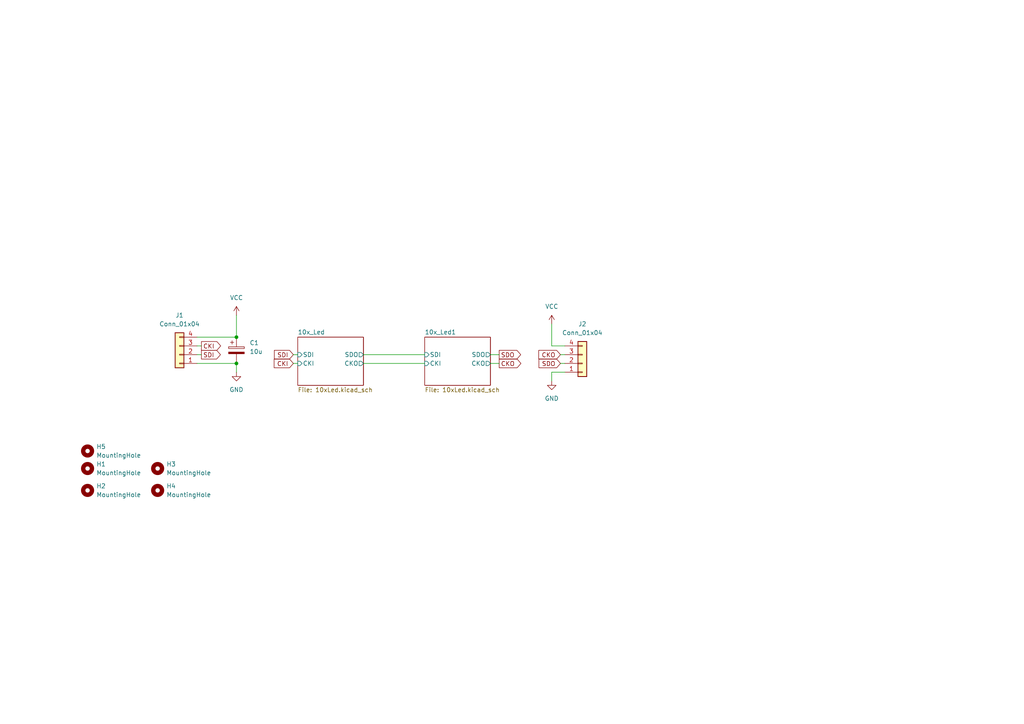
<source format=kicad_sch>
(kicad_sch (version 20230121) (generator eeschema)
  (paper "A4")
  (lib_symbols
    (symbol "Connector_Generic:Conn_01x04" (pin_names (offset 1.016) hide)
      (property "Reference" "J" (at 0 5.08 0))
      (property "Value" "Conn_01x04" (at 0 -7.62 0))
      (symbol "Conn_01x04_1_1"
        (rectangle (start -1.27 -4.953) (end 0 -5.207) (stroke (width 0.1524)))
        (rectangle (start -1.27 -2.413) (end 0 -2.667) (stroke (width 0.1524)))
        (rectangle (start -1.27 0.127) (end 0 -0.127) (stroke (width 0.1524)))
        (rectangle (start -1.27 2.667) (end 0 2.413) (stroke (width 0.1524)))
        (rectangle (start -1.27 3.81) (end 1.27 -6.35) (stroke (width 0.254)) (fill (type background)))
        (pin passive line (at -5.08 2.54 0) (length 3.81) (name "Pin_1") (number "1"))
        (pin passive line (at -5.08 0 0) (length 3.81) (name "Pin_2") (number "2"))
        (pin passive line (at -5.08 -2.54 0) (length 3.81) (name "Pin_3") (number "3"))
        (pin passive line (at -5.08 -5.08 0) (length 3.81) (name "Pin_4") (number "4"))
      )
    )
    (symbol "Device:C_Polarized" (pin_numbers hide) (pin_names (offset 0.254))
      (property "Reference" "C" (at 0.635 2.54 0))
      (property "Value" "C_Polarized" (at 0.635 -2.54 0))
      (symbol "C_Polarized_0_1"
        (rectangle (start -2.286 0.508) (end 2.286 1.016))
        (polyline (pts (xy -1.778 2.286) (xy -0.762 2.286)))
        (polyline (pts (xy -1.27 2.794) (xy -1.27 1.778)))
        (rectangle (start 2.286 -0.508) (end -2.286 -1.016) (fill (type outline)))
      )
      (symbol "C_Polarized_1_1"
        (pin passive line (at 0 3.81 270) (length 2.794) (name "~") (number "1"))
        (pin passive line (at 0 -3.81 90) (length 2.794) (name "~") (number "2"))
      )
    )
    (symbol "Mechanical:MountingHole" (pin_names (offset 1.016))
      (property "Reference" "H" (at 0 5.08 0))
      (property "Value" "MountingHole" (at 0 3.175 0))
      (symbol "MountingHole_0_1"
        (circle (center 0 0) (radius 1.27) (stroke (width 1.27)))
      )
    )
    (symbol "power:GND" (power) (pin_names (offset 0))
      (property "Value" "GND" (at 0 -3.81 0))
      (symbol "GND_0_1"
        (polyline (pts (xy 0 0) (xy 0 -1.27) (xy 1.27 -1.27) (xy 0 -2.54) (xy -1.27 -1.27) (xy 0 -1.27)))
      )
      (symbol "GND_1_1"
        (pin power_in line (at 0 0 270) (length 0) hide (name "GND") (number "1"))
      )
    )
    (symbol "power:VCC" (power) (pin_names (offset 0))
      (property "Value" "VCC" (at 0 3.81 0))
      (symbol "VCC_0_1"
        (polyline (pts (xy -0.762 1.27) (xy 0 2.54)))
        (polyline (pts (xy 0 0) (xy 0 2.54)))
        (polyline (pts (xy 0 2.54) (xy 0.762 1.27)))
      )
      (symbol "VCC_1_1"
        (pin power_in line (at 0 0 90) (length 0) hide (name "VCC") (number "1"))
      )
    )
  )
  (junction (at 68.58 105.41))
  (junction (at 68.58 97.79))
  (wire (pts (xy 163.83 102.87) (xy 162.56 102.87)))
  (wire (pts (xy 163.83 105.41) (xy 162.56 105.41)))
  (wire (pts (xy 85.09 105.41) (xy 86.36 105.41)))
  (wire (pts (xy 160.02 110.49) (xy 160.02 107.95)))
  (wire (pts (xy 142.24 105.41) (xy 144.78 105.41)))
  (wire (pts (xy 57.15 105.41) (xy 68.58 105.41)))
  (wire (pts (xy 163.83 107.95) (xy 160.02 107.95)))
  (wire (pts (xy 105.41 105.41) (xy 123.19 105.41)))
  (wire (pts (xy 163.83 100.33) (xy 160.02 100.33)))
  (wire (pts (xy 160.02 93.98) (xy 160.02 100.33)))
  (wire (pts (xy 68.58 91.44) (xy 68.58 97.79)))
  (wire (pts (xy 105.41 102.87) (xy 123.19 102.87)))
  (wire (pts (xy 57.15 102.87) (xy 58.42 102.87)))
  (wire (pts (xy 57.15 97.79) (xy 68.58 97.79)))
  (wire (pts (xy 68.58 107.95) (xy 68.58 105.41)))
  (wire (pts (xy 85.09 102.87) (xy 86.36 102.87)))
  (wire (pts (xy 142.24 102.87) (xy 144.78 102.87)))
  (wire (pts (xy 57.15 100.33) (xy 58.42 100.33)))
  (global_label "CKO" (shape input) (at 162.56 102.87 180) (property "Intersheetrefs" "${INTERSHEET_REFS}" (effects hide)))
  (global_label "CKO" (shape output) (at 144.78 105.41 0) (property "Intersheetrefs" "${INTERSHEET_REFS}" (effects hide)))
  (global_label "SDO" (shape input) (at 162.56 105.41 180) (property "Intersheetrefs" "${INTERSHEET_REFS}" (effects hide)))
  (global_label "CKI" (shape input) (at 85.09 105.41 180) (property "Intersheetrefs" "${INTERSHEET_REFS}" (effects hide)))
  (global_label "SDI" (shape input) (at 85.09 102.87 180) (property "Intersheetrefs" "${INTERSHEET_REFS}" (effects hide)))
  (global_label "SDO" (shape output) (at 144.78 102.87 0) (property "Intersheetrefs" "${INTERSHEET_REFS}" (effects hide)))
  (global_label "SDI" (shape output) (at 58.42 102.87 0) (property "Intersheetrefs" "${INTERSHEET_REFS}" (effects hide)))
  (global_label "CKI" (shape output) (at 58.42 100.33 0) (property "Intersheetrefs" "${INTERSHEET_REFS}" (effects hide)))
  (symbol (lib_id "power:VCC") (at 160.02 93.98 0) (mirror y) (unit 1)
    (property "Reference" "#PWR075" (effects hide))
    (property "Value" "VCC" (at 160.02 88.9 0))
  )
  (symbol (lib_id "Mechanical:MountingHole") (at 25.4 130.81 0) (unit 1)
    (property "Reference" "H5" (at 27.94 129.54 0) (effects (justify left)))
    (property "Value" "MountingHole" (at 27.94 132.08 0) (effects (justify left)))
    (property "Footprint" "MOS:mos" (effects hide))
  )
  (symbol (lib_id "Mechanical:MountingHole") (at 45.72 142.24 0) (unit 1)
    (property "Reference" "H4" (at 48.26 140.97 0) (effects (justify left)))
    (property "Value" "MountingHole" (at 48.26 143.51 0) (effects (justify left)))
    (property "Footprint" "MountingHole:MountingHole_2.2mm_M2_ISO7380" (effects hide))
  )
  (symbol (lib_id "Mechanical:MountingHole") (at 45.72 135.89 0) (unit 1)
    (property "Reference" "H3" (at 48.26 134.62 0) (effects (justify left)))
    (property "Value" "MountingHole" (at 48.26 137.16 0) (effects (justify left)))
    (property "Footprint" "MountingHole:MountingHole_2.2mm_M2_ISO7380" (effects hide))
  )
  (symbol (lib_id "power:GND") (at 68.58 107.95 0) (unit 1)
    (property "Reference" "#PWR073" (effects hide))
    (property "Value" "GND" (at 68.58 113.03 0))
  )
  (symbol (lib_id "Mechanical:MountingHole") (at 25.4 142.24 0) (unit 1)
    (property "Reference" "H2" (at 27.94 140.97 0) (effects (justify left)))
    (property "Value" "MountingHole" (at 27.94 143.51 0) (effects (justify left)))
    (property "Footprint" "MountingHole:MountingHole_2.2mm_M2_ISO7380" (effects hide))
  )
  (symbol (lib_id "Mechanical:MountingHole") (at 25.4 135.89 0) (unit 1)
    (property "Reference" "H1" (at 27.94 134.62 0) (effects (justify left)))
    (property "Value" "MountingHole" (at 27.94 137.16 0) (effects (justify left)))
    (property "Footprint" "MountingHole:MountingHole_2.2mm_M2_ISO7380" (effects hide))
  )
  (symbol (lib_id "Connector_Generic:Conn_01x04") (at 168.91 105.41 0) (mirror x) (unit 1)
    (property "Reference" "J2" (at 168.91 93.98 0))
    (property "Value" "Conn_01x04" (at 168.91 96.52 0))
    (property "Footprint" "Connector_PinHeader_2.54mm:PinHeader_1x04_P2.54mm_Horizontal_1" (effects hide))
  )
  (symbol (lib_id "power:GND") (at 160.02 110.49 0) (mirror y) (unit 1)
    (property "Reference" "#PWR076" (effects hide))
    (property "Value" "GND" (at 160.02 115.57 0))
  )
  (symbol (lib_id "power:VCC") (at 68.58 91.44 0) (unit 1)
    (property "Reference" "#PWR074" (effects hide))
    (property "Value" "VCC" (at 68.58 86.36 0))
  )
  (symbol (lib_id "Connector_Generic:Conn_01x04") (at 52.07 102.87 180) (unit 1)
    (property "Reference" "J1" (at 52.07 91.44 0))
    (property "Value" "Conn_01x04" (at 52.07 93.98 0))
    (property "Footprint" "Connector_PinHeader_2.54mm:PinHeader_1x04_P2.54mm_Horizontal" (effects hide))
  )
  (symbol (lib_id "Device:C_Polarized") (at 68.58 101.6 0) (unit 1)
    (property "Reference" "C1" (at 72.39 99.441 0) (effects (justify left)))
    (property "Value" "10u" (at 72.39 101.981 0) (effects (justify left)))
    (property "Footprint" "Capacitor_SMD:CP_Elec_4x5.4" (effects hide))
  )
  (sheet (at 123.19 97.79) (size 19.05 13.97) (stroke (width 0.1524))
    (property "Sheetname" "10x_Led1" (at 123.19 97.0784 0) (effects (justify left bottom)))
    (property "Sheetfile" "10xLed.kicad_sch" (at 123.19 112.3446 0) (effects (justify left top)))
    (pin "SDI" input (at 123.19 102.87 180))
    (pin "CKI" input (at 123.19 105.41 180))
    (pin "SDO" output (at 142.24 102.87 0))
    (pin "CKO" output (at 142.24 105.41 0))
  )
  (sheet (at 86.36 97.79) (size 19.05 13.97) (stroke (width 0.1524))
    (property "Sheetname" "10x_Led" (at 86.36 97.0784 0) (effects (justify left bottom)))
    (property "Sheetfile" "10xLed.kicad_sch" (at 86.36 112.3446 0) (effects (justify left top)))
    (pin "SDI" input (at 86.36 102.87 180))
    (pin "CKI" input (at 86.36 105.41 180))
    (pin "SDO" output (at 105.41 102.87 0))
    (pin "CKO" output (at 105.41 105.41 0))
  )
)
</source>
